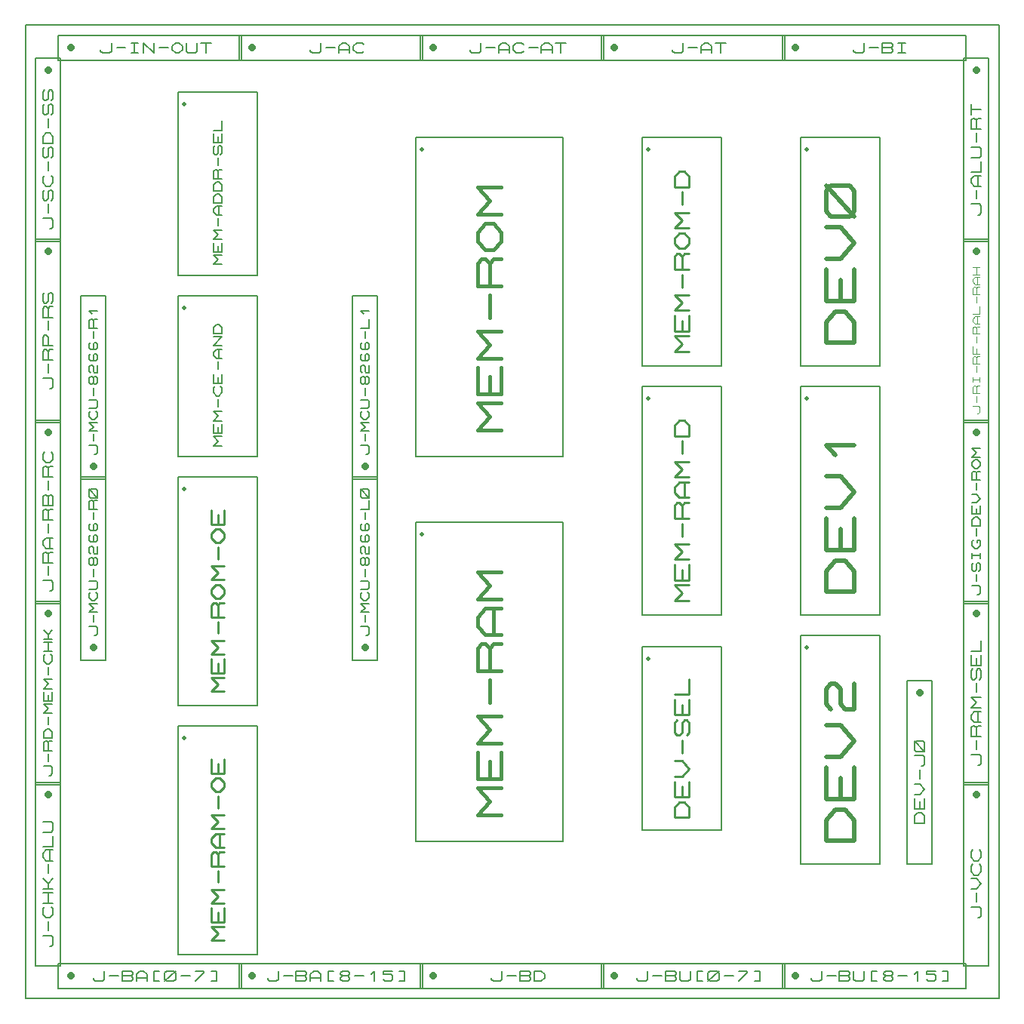
<source format=gbr>
G04 PROTEUS GERBER X2 FILE*
%TF.GenerationSoftware,Labcenter,Proteus,8.13-SP0-Build31525*%
%TF.CreationDate,2022-07-19T01:12:19+00:00*%
%TF.FileFunction,AssemblyDrawing,Top*%
%TF.FilePolarity,Positive*%
%TF.Part,Single*%
%TF.SameCoordinates,{d59f61b6-e7c8-4c59-9098-5d1a923f3759}*%
%FSLAX45Y45*%
%MOMM*%
G01*
%TA.AperFunction,Profile*%
%ADD15C,0.203200*%
%TA.AperFunction,Material*%
%ADD16C,0.203200*%
%ADD20C,0.812800*%
%ADD21C,0.177800*%
%ADD22C,0.154510*%
%ADD23C,0.123610*%
%ADD24C,0.142630*%
%ADD25C,0.508000*%
%ADD26C,0.151490*%
%ADD27C,0.155530*%
%ADD28C,0.231730*%
%ADD29C,0.449130*%
%ADD72C,0.256870*%
%ADD73C,0.255610*%
%ADD30C,0.523910*%
%TD.AperFunction*%
D15*
X-5461000Y-5715000D02*
X+5461000Y-5715000D01*
X+5461000Y+5207000D01*
X-5461000Y+5207000D01*
X-5461000Y-5715000D01*
D16*
X-3058160Y+4815840D02*
X-1005840Y+4815840D01*
X-1005840Y+5090160D01*
X-3058160Y+5090160D01*
X-3058160Y+4815840D01*
D20*
X-2921000Y+4953000D02*
X-2921000Y+4953000D01*
D21*
X-2263140Y+4935220D02*
X-2263140Y+4917440D01*
X-2243138Y+4899660D01*
X-2163128Y+4899660D01*
X-2143125Y+4917440D01*
X-2143125Y+5006340D01*
X-2083118Y+4953000D02*
X-1983105Y+4953000D01*
X-1943100Y+4899660D02*
X-1943100Y+4970780D01*
X-1903095Y+5006340D01*
X-1863090Y+5006340D01*
X-1823085Y+4970780D01*
X-1823085Y+4899660D01*
X-1943100Y+4935220D02*
X-1823085Y+4935220D01*
X-1663065Y+4917440D02*
X-1683068Y+4899660D01*
X-1743075Y+4899660D01*
X-1783080Y+4935220D01*
X-1783080Y+4970780D01*
X-1743075Y+5006340D01*
X-1683068Y+5006340D01*
X-1663065Y+4988560D01*
D16*
X-1026160Y+4815840D02*
X+1026160Y+4815840D01*
X+1026160Y+5090160D01*
X-1026160Y+5090160D01*
X-1026160Y+4815840D01*
D20*
X-889000Y+4953000D02*
X-889000Y+4953000D01*
D21*
X-471170Y+4935220D02*
X-471170Y+4917440D01*
X-451168Y+4899660D01*
X-371158Y+4899660D01*
X-351155Y+4917440D01*
X-351155Y+5006340D01*
X-291148Y+4953000D02*
X-191135Y+4953000D01*
X-151130Y+4899660D02*
X-151130Y+4970780D01*
X-111125Y+5006340D01*
X-71120Y+5006340D01*
X-31115Y+4970780D01*
X-31115Y+4899660D01*
X-151130Y+4935220D02*
X-31115Y+4935220D01*
X+128905Y+4917440D02*
X+108902Y+4899660D01*
X+48895Y+4899660D01*
X+8890Y+4935220D01*
X+8890Y+4970780D01*
X+48895Y+5006340D01*
X+108902Y+5006340D01*
X+128905Y+4988560D01*
X+188912Y+4953000D02*
X+288925Y+4953000D01*
X+328930Y+4899660D02*
X+328930Y+4970780D01*
X+368935Y+5006340D01*
X+408940Y+5006340D01*
X+448945Y+4970780D01*
X+448945Y+4899660D01*
X+328930Y+4935220D02*
X+448945Y+4935220D01*
X+488950Y+5006340D02*
X+608965Y+5006340D01*
X+548957Y+5006340D02*
X+548957Y+4899660D01*
D16*
X+1005840Y+4815840D02*
X+3058160Y+4815840D01*
X+3058160Y+5090160D01*
X+1005840Y+5090160D01*
X+1005840Y+4815840D01*
D20*
X+1143000Y+4953000D02*
X+1143000Y+4953000D01*
D21*
X+1800860Y+4935220D02*
X+1800860Y+4917440D01*
X+1820862Y+4899660D01*
X+1900872Y+4899660D01*
X+1920875Y+4917440D01*
X+1920875Y+5006340D01*
X+1980882Y+4953000D02*
X+2080895Y+4953000D01*
X+2120900Y+4899660D02*
X+2120900Y+4970780D01*
X+2160905Y+5006340D01*
X+2200910Y+5006340D01*
X+2240915Y+4970780D01*
X+2240915Y+4899660D01*
X+2120900Y+4935220D02*
X+2240915Y+4935220D01*
X+2280920Y+5006340D02*
X+2400935Y+5006340D01*
X+2340927Y+5006340D02*
X+2340927Y+4899660D01*
D16*
X+3037840Y+4815840D02*
X+5090160Y+4815840D01*
X+5090160Y+5090160D01*
X+3037840Y+5090160D01*
X+3037840Y+4815840D01*
D20*
X+3175000Y+4953000D02*
X+3175000Y+4953000D01*
D21*
X+3832860Y+4935220D02*
X+3832860Y+4917440D01*
X+3852862Y+4899660D01*
X+3932872Y+4899660D01*
X+3952875Y+4917440D01*
X+3952875Y+5006340D01*
X+4012882Y+4953000D02*
X+4112895Y+4953000D01*
X+4152900Y+4899660D02*
X+4152900Y+5006340D01*
X+4252912Y+5006340D01*
X+4272915Y+4988560D01*
X+4272915Y+4970780D01*
X+4252912Y+4953000D01*
X+4272915Y+4935220D01*
X+4272915Y+4917440D01*
X+4252912Y+4899660D01*
X+4152900Y+4899660D01*
X+4152900Y+4953000D02*
X+4252912Y+4953000D01*
X+4332922Y+5006340D02*
X+4412932Y+5006340D01*
X+4372927Y+5006340D02*
X+4372927Y+4899660D01*
X+4332922Y+4899660D02*
X+4412932Y+4899660D01*
D16*
X-5090160Y+4815840D02*
X-3037840Y+4815840D01*
X-3037840Y+5090160D01*
X-5090160Y+5090160D01*
X-5090160Y+4815840D01*
D20*
X-4953000Y+4953000D02*
X-4953000Y+4953000D01*
D21*
X-4615180Y+4935220D02*
X-4615180Y+4917440D01*
X-4595178Y+4899660D01*
X-4515168Y+4899660D01*
X-4495165Y+4917440D01*
X-4495165Y+5006340D01*
X-4435158Y+4953000D02*
X-4335145Y+4953000D01*
X-4275138Y+5006340D02*
X-4195128Y+5006340D01*
X-4235133Y+5006340D02*
X-4235133Y+4899660D01*
X-4275138Y+4899660D02*
X-4195128Y+4899660D01*
X-4135120Y+4899660D02*
X-4135120Y+5006340D01*
X-4015105Y+4899660D01*
X-4015105Y+5006340D01*
X-3955098Y+4953000D02*
X-3855085Y+4953000D01*
X-3815080Y+4970780D02*
X-3775075Y+5006340D01*
X-3735070Y+5006340D01*
X-3695065Y+4970780D01*
X-3695065Y+4935220D01*
X-3735070Y+4899660D01*
X-3775075Y+4899660D01*
X-3815080Y+4935220D01*
X-3815080Y+4970780D01*
X-3655060Y+5006340D02*
X-3655060Y+4917440D01*
X-3635058Y+4899660D01*
X-3555048Y+4899660D01*
X-3535045Y+4917440D01*
X-3535045Y+5006340D01*
X-3495040Y+5006340D02*
X-3375025Y+5006340D01*
X-3435033Y+5006340D02*
X-3435033Y+4899660D01*
D16*
X-5090160Y-5598160D02*
X-3037840Y-5598160D01*
X-3037840Y-5323840D01*
X-5090160Y-5323840D01*
X-5090160Y-5598160D01*
D20*
X-4953000Y-5461000D02*
X-4953000Y-5461000D01*
D21*
X-4695190Y-5478780D02*
X-4695190Y-5496560D01*
X-4675188Y-5514340D01*
X-4595178Y-5514340D01*
X-4575175Y-5496560D01*
X-4575175Y-5407660D01*
X-4515168Y-5461000D02*
X-4415155Y-5461000D01*
X-4375150Y-5514340D02*
X-4375150Y-5407660D01*
X-4275138Y-5407660D01*
X-4255135Y-5425440D01*
X-4255135Y-5443220D01*
X-4275138Y-5461000D01*
X-4255135Y-5478780D01*
X-4255135Y-5496560D01*
X-4275138Y-5514340D01*
X-4375150Y-5514340D01*
X-4375150Y-5461000D02*
X-4275138Y-5461000D01*
X-4215130Y-5514340D02*
X-4215130Y-5443220D01*
X-4175125Y-5407660D01*
X-4135120Y-5407660D01*
X-4095115Y-5443220D01*
X-4095115Y-5514340D01*
X-4215130Y-5478780D02*
X-4095115Y-5478780D01*
X-3955098Y-5407660D02*
X-4015105Y-5407660D01*
X-4015105Y-5514340D01*
X-3955098Y-5514340D01*
X-3895090Y-5496560D02*
X-3895090Y-5425440D01*
X-3875088Y-5407660D01*
X-3795078Y-5407660D01*
X-3775075Y-5425440D01*
X-3775075Y-5496560D01*
X-3795078Y-5514340D01*
X-3875088Y-5514340D01*
X-3895090Y-5496560D01*
X-3895090Y-5514340D02*
X-3775075Y-5407660D01*
X-3715068Y-5461000D02*
X-3615055Y-5461000D01*
X-3555048Y-5407660D02*
X-3455035Y-5407660D01*
X-3455035Y-5425440D01*
X-3555048Y-5514340D01*
X-3375025Y-5407660D02*
X-3315018Y-5407660D01*
X-3315018Y-5514340D01*
X-3375025Y-5514340D01*
D16*
X-3058160Y-5598160D02*
X-1005840Y-5598160D01*
X-1005840Y-5323840D01*
X-3058160Y-5323840D01*
X-3058160Y-5598160D01*
D20*
X-2921000Y-5461000D02*
X-2921000Y-5461000D01*
D21*
X-2743200Y-5478780D02*
X-2743200Y-5496560D01*
X-2723198Y-5514340D01*
X-2643188Y-5514340D01*
X-2623185Y-5496560D01*
X-2623185Y-5407660D01*
X-2563178Y-5461000D02*
X-2463165Y-5461000D01*
X-2423160Y-5514340D02*
X-2423160Y-5407660D01*
X-2323148Y-5407660D01*
X-2303145Y-5425440D01*
X-2303145Y-5443220D01*
X-2323148Y-5461000D01*
X-2303145Y-5478780D01*
X-2303145Y-5496560D01*
X-2323148Y-5514340D01*
X-2423160Y-5514340D01*
X-2423160Y-5461000D02*
X-2323148Y-5461000D01*
X-2263140Y-5514340D02*
X-2263140Y-5443220D01*
X-2223135Y-5407660D01*
X-2183130Y-5407660D01*
X-2143125Y-5443220D01*
X-2143125Y-5514340D01*
X-2263140Y-5478780D02*
X-2143125Y-5478780D01*
X-2003108Y-5407660D02*
X-2063115Y-5407660D01*
X-2063115Y-5514340D01*
X-2003108Y-5514340D01*
X-1903095Y-5461000D02*
X-1923098Y-5443220D01*
X-1923098Y-5425440D01*
X-1903095Y-5407660D01*
X-1843088Y-5407660D01*
X-1823085Y-5425440D01*
X-1823085Y-5443220D01*
X-1843088Y-5461000D01*
X-1903095Y-5461000D01*
X-1923098Y-5478780D01*
X-1923098Y-5496560D01*
X-1903095Y-5514340D01*
X-1843088Y-5514340D01*
X-1823085Y-5496560D01*
X-1823085Y-5478780D01*
X-1843088Y-5461000D01*
X-1763078Y-5461000D02*
X-1663065Y-5461000D01*
X-1583055Y-5443220D02*
X-1543050Y-5407660D01*
X-1543050Y-5514340D01*
X-1343025Y-5407660D02*
X-1443038Y-5407660D01*
X-1443038Y-5443220D01*
X-1363028Y-5443220D01*
X-1343025Y-5461000D01*
X-1343025Y-5496560D01*
X-1363028Y-5514340D01*
X-1423035Y-5514340D01*
X-1443038Y-5496560D01*
X-1263015Y-5407660D02*
X-1203008Y-5407660D01*
X-1203008Y-5514340D01*
X-1263015Y-5514340D01*
D16*
X-1026160Y-5598160D02*
X+1026160Y-5598160D01*
X+1026160Y-5323840D01*
X-1026160Y-5323840D01*
X-1026160Y-5598160D01*
D20*
X-889000Y-5461000D02*
X-889000Y-5461000D01*
D21*
X-231140Y-5478780D02*
X-231140Y-5496560D01*
X-211138Y-5514340D01*
X-131128Y-5514340D01*
X-111125Y-5496560D01*
X-111125Y-5407660D01*
X-51118Y-5461000D02*
X+48895Y-5461000D01*
X+88900Y-5514340D02*
X+88900Y-5407660D01*
X+188912Y-5407660D01*
X+208915Y-5425440D01*
X+208915Y-5443220D01*
X+188912Y-5461000D01*
X+208915Y-5478780D01*
X+208915Y-5496560D01*
X+188912Y-5514340D01*
X+88900Y-5514340D01*
X+88900Y-5461000D02*
X+188912Y-5461000D01*
X+248920Y-5514340D02*
X+248920Y-5407660D01*
X+328930Y-5407660D01*
X+368935Y-5443220D01*
X+368935Y-5478780D01*
X+328930Y-5514340D01*
X+248920Y-5514340D01*
D16*
X+1005840Y-5598160D02*
X+3058160Y-5598160D01*
X+3058160Y-5323840D01*
X+1005840Y-5323840D01*
X+1005840Y-5598160D01*
D20*
X+1143000Y-5461000D02*
X+1143000Y-5461000D01*
D21*
X+1400810Y-5478780D02*
X+1400810Y-5496560D01*
X+1420812Y-5514340D01*
X+1500822Y-5514340D01*
X+1520825Y-5496560D01*
X+1520825Y-5407660D01*
X+1580832Y-5461000D02*
X+1680845Y-5461000D01*
X+1720850Y-5514340D02*
X+1720850Y-5407660D01*
X+1820862Y-5407660D01*
X+1840865Y-5425440D01*
X+1840865Y-5443220D01*
X+1820862Y-5461000D01*
X+1840865Y-5478780D01*
X+1840865Y-5496560D01*
X+1820862Y-5514340D01*
X+1720850Y-5514340D01*
X+1720850Y-5461000D02*
X+1820862Y-5461000D01*
X+1880870Y-5407660D02*
X+1880870Y-5496560D01*
X+1900872Y-5514340D01*
X+1980882Y-5514340D01*
X+2000885Y-5496560D01*
X+2000885Y-5407660D01*
X+2140902Y-5407660D02*
X+2080895Y-5407660D01*
X+2080895Y-5514340D01*
X+2140902Y-5514340D01*
X+2200910Y-5496560D02*
X+2200910Y-5425440D01*
X+2220912Y-5407660D01*
X+2300922Y-5407660D01*
X+2320925Y-5425440D01*
X+2320925Y-5496560D01*
X+2300922Y-5514340D01*
X+2220912Y-5514340D01*
X+2200910Y-5496560D01*
X+2200910Y-5514340D02*
X+2320925Y-5407660D01*
X+2380932Y-5461000D02*
X+2480945Y-5461000D01*
X+2540952Y-5407660D02*
X+2640965Y-5407660D01*
X+2640965Y-5425440D01*
X+2540952Y-5514340D01*
X+2720975Y-5407660D02*
X+2780982Y-5407660D01*
X+2780982Y-5514340D01*
X+2720975Y-5514340D01*
D16*
X+3037840Y-5598160D02*
X+5090160Y-5598160D01*
X+5090160Y-5323840D01*
X+3037840Y-5323840D01*
X+3037840Y-5598160D01*
D20*
X+3175000Y-5461000D02*
X+3175000Y-5461000D01*
D21*
X+3352800Y-5478780D02*
X+3352800Y-5496560D01*
X+3372802Y-5514340D01*
X+3452812Y-5514340D01*
X+3472815Y-5496560D01*
X+3472815Y-5407660D01*
X+3532822Y-5461000D02*
X+3632835Y-5461000D01*
X+3672840Y-5514340D02*
X+3672840Y-5407660D01*
X+3772852Y-5407660D01*
X+3792855Y-5425440D01*
X+3792855Y-5443220D01*
X+3772852Y-5461000D01*
X+3792855Y-5478780D01*
X+3792855Y-5496560D01*
X+3772852Y-5514340D01*
X+3672840Y-5514340D01*
X+3672840Y-5461000D02*
X+3772852Y-5461000D01*
X+3832860Y-5407660D02*
X+3832860Y-5496560D01*
X+3852862Y-5514340D01*
X+3932872Y-5514340D01*
X+3952875Y-5496560D01*
X+3952875Y-5407660D01*
X+4092892Y-5407660D02*
X+4032885Y-5407660D01*
X+4032885Y-5514340D01*
X+4092892Y-5514340D01*
X+4192905Y-5461000D02*
X+4172902Y-5443220D01*
X+4172902Y-5425440D01*
X+4192905Y-5407660D01*
X+4252912Y-5407660D01*
X+4272915Y-5425440D01*
X+4272915Y-5443220D01*
X+4252912Y-5461000D01*
X+4192905Y-5461000D01*
X+4172902Y-5478780D01*
X+4172902Y-5496560D01*
X+4192905Y-5514340D01*
X+4252912Y-5514340D01*
X+4272915Y-5496560D01*
X+4272915Y-5478780D01*
X+4252912Y-5461000D01*
X+4332922Y-5461000D02*
X+4432935Y-5461000D01*
X+4512945Y-5443220D02*
X+4552950Y-5407660D01*
X+4552950Y-5514340D01*
X+4752975Y-5407660D02*
X+4652962Y-5407660D01*
X+4652962Y-5443220D01*
X+4732972Y-5443220D01*
X+4752975Y-5461000D01*
X+4752975Y-5496560D01*
X+4732972Y-5514340D01*
X+4672965Y-5514340D01*
X+4652962Y-5496560D01*
X+4832985Y-5407660D02*
X+4892992Y-5407660D01*
X+4892992Y-5514340D01*
X+4832985Y-5514340D01*
D16*
X-5344160Y+2783840D02*
X-5069840Y+2783840D01*
X-5069840Y+4836160D01*
X-5344160Y+4836160D01*
X-5344160Y+2783840D01*
D20*
X-5207000Y+4699000D02*
X-5207000Y+4699000D01*
D21*
X-5189220Y+2921000D02*
X-5171440Y+2921000D01*
X-5153660Y+2941002D01*
X-5153660Y+3021012D01*
X-5171440Y+3041015D01*
X-5260340Y+3041015D01*
X-5207000Y+3101022D02*
X-5207000Y+3201035D01*
X-5171440Y+3241040D02*
X-5153660Y+3261042D01*
X-5153660Y+3341052D01*
X-5171440Y+3361055D01*
X-5189220Y+3361055D01*
X-5207000Y+3341052D01*
X-5207000Y+3261042D01*
X-5224780Y+3241040D01*
X-5242560Y+3241040D01*
X-5260340Y+3261042D01*
X-5260340Y+3341052D01*
X-5242560Y+3361055D01*
X-5171440Y+3521075D02*
X-5153660Y+3501072D01*
X-5153660Y+3441065D01*
X-5189220Y+3401060D01*
X-5224780Y+3401060D01*
X-5260340Y+3441065D01*
X-5260340Y+3501072D01*
X-5242560Y+3521075D01*
X-5207000Y+3581082D02*
X-5207000Y+3681095D01*
X-5171440Y+3721100D02*
X-5153660Y+3741102D01*
X-5153660Y+3821112D01*
X-5171440Y+3841115D01*
X-5189220Y+3841115D01*
X-5207000Y+3821112D01*
X-5207000Y+3741102D01*
X-5224780Y+3721100D01*
X-5242560Y+3721100D01*
X-5260340Y+3741102D01*
X-5260340Y+3821112D01*
X-5242560Y+3841115D01*
X-5153660Y+3881120D02*
X-5260340Y+3881120D01*
X-5260340Y+3961130D01*
X-5224780Y+4001135D01*
X-5189220Y+4001135D01*
X-5153660Y+3961130D01*
X-5153660Y+3881120D01*
X-5207000Y+4061142D02*
X-5207000Y+4161155D01*
X-5171440Y+4201160D02*
X-5153660Y+4221162D01*
X-5153660Y+4301172D01*
X-5171440Y+4321175D01*
X-5189220Y+4321175D01*
X-5207000Y+4301172D01*
X-5207000Y+4221162D01*
X-5224780Y+4201160D01*
X-5242560Y+4201160D01*
X-5260340Y+4221162D01*
X-5260340Y+4301172D01*
X-5242560Y+4321175D01*
X-5171440Y+4361180D02*
X-5153660Y+4381182D01*
X-5153660Y+4461192D01*
X-5171440Y+4481195D01*
X-5189220Y+4481195D01*
X-5207000Y+4461192D01*
X-5207000Y+4381182D01*
X-5224780Y+4361180D01*
X-5242560Y+4361180D01*
X-5260340Y+4381182D01*
X-5260340Y+4461192D01*
X-5242560Y+4481195D01*
D16*
X-5344160Y+751840D02*
X-5069840Y+751840D01*
X-5069840Y+2804160D01*
X-5344160Y+2804160D01*
X-5344160Y+751840D01*
D20*
X-5207000Y+2667000D02*
X-5207000Y+2667000D01*
D21*
X-5189220Y+1129030D02*
X-5171440Y+1129030D01*
X-5153660Y+1149032D01*
X-5153660Y+1229042D01*
X-5171440Y+1249045D01*
X-5260340Y+1249045D01*
X-5207000Y+1309052D02*
X-5207000Y+1409065D01*
X-5153660Y+1449070D02*
X-5260340Y+1449070D01*
X-5260340Y+1549082D01*
X-5242560Y+1569085D01*
X-5224780Y+1569085D01*
X-5207000Y+1549082D01*
X-5207000Y+1449070D01*
X-5207000Y+1549082D02*
X-5189220Y+1569085D01*
X-5153660Y+1569085D01*
X-5153660Y+1609090D02*
X-5260340Y+1609090D01*
X-5260340Y+1709102D01*
X-5242560Y+1729105D01*
X-5224780Y+1729105D01*
X-5207000Y+1709102D01*
X-5207000Y+1609090D01*
X-5207000Y+1789112D02*
X-5207000Y+1889125D01*
X-5153660Y+1929130D02*
X-5260340Y+1929130D01*
X-5260340Y+2029142D01*
X-5242560Y+2049145D01*
X-5224780Y+2049145D01*
X-5207000Y+2029142D01*
X-5207000Y+1929130D01*
X-5207000Y+2029142D02*
X-5189220Y+2049145D01*
X-5153660Y+2049145D01*
X-5171440Y+2089150D02*
X-5153660Y+2109152D01*
X-5153660Y+2189162D01*
X-5171440Y+2209165D01*
X-5189220Y+2209165D01*
X-5207000Y+2189162D01*
X-5207000Y+2109152D01*
X-5224780Y+2089150D01*
X-5242560Y+2089150D01*
X-5260340Y+2109152D01*
X-5260340Y+2189162D01*
X-5242560Y+2209165D01*
D16*
X-5344160Y-1280160D02*
X-5069840Y-1280160D01*
X-5069840Y+772160D01*
X-5344160Y+772160D01*
X-5344160Y-1280160D01*
D20*
X-5207000Y+635000D02*
X-5207000Y+635000D01*
D21*
X-5189220Y-1143000D02*
X-5171440Y-1143000D01*
X-5153660Y-1122998D01*
X-5153660Y-1042988D01*
X-5171440Y-1022985D01*
X-5260340Y-1022985D01*
X-5207000Y-962978D02*
X-5207000Y-862965D01*
X-5153660Y-822960D02*
X-5260340Y-822960D01*
X-5260340Y-722948D01*
X-5242560Y-702945D01*
X-5224780Y-702945D01*
X-5207000Y-722948D01*
X-5207000Y-822960D01*
X-5207000Y-722948D02*
X-5189220Y-702945D01*
X-5153660Y-702945D01*
X-5153660Y-662940D02*
X-5224780Y-662940D01*
X-5260340Y-622935D01*
X-5260340Y-582930D01*
X-5224780Y-542925D01*
X-5153660Y-542925D01*
X-5189220Y-662940D02*
X-5189220Y-542925D01*
X-5207000Y-482918D02*
X-5207000Y-382905D01*
X-5153660Y-342900D02*
X-5260340Y-342900D01*
X-5260340Y-242888D01*
X-5242560Y-222885D01*
X-5224780Y-222885D01*
X-5207000Y-242888D01*
X-5207000Y-342900D01*
X-5207000Y-242888D02*
X-5189220Y-222885D01*
X-5153660Y-222885D01*
X-5153660Y-182880D02*
X-5260340Y-182880D01*
X-5260340Y-82868D01*
X-5242560Y-62865D01*
X-5224780Y-62865D01*
X-5207000Y-82868D01*
X-5189220Y-62865D01*
X-5171440Y-62865D01*
X-5153660Y-82868D01*
X-5153660Y-182880D01*
X-5207000Y-182880D02*
X-5207000Y-82868D01*
X-5207000Y-2858D02*
X-5207000Y+97155D01*
X-5153660Y+137160D02*
X-5260340Y+137160D01*
X-5260340Y+237172D01*
X-5242560Y+257175D01*
X-5224780Y+257175D01*
X-5207000Y+237172D01*
X-5207000Y+137160D01*
X-5207000Y+237172D02*
X-5189220Y+257175D01*
X-5153660Y+257175D01*
X-5171440Y+417195D02*
X-5153660Y+397192D01*
X-5153660Y+337185D01*
X-5189220Y+297180D01*
X-5224780Y+297180D01*
X-5260340Y+337185D01*
X-5260340Y+397192D01*
X-5242560Y+417195D01*
D16*
X-5344160Y-3312160D02*
X-5069840Y-3312160D01*
X-5069840Y-1259840D01*
X-5344160Y-1259840D01*
X-5344160Y-3312160D01*
D20*
X-5207000Y-1397000D02*
X-5207000Y-1397000D01*
D22*
X-5191548Y-3209284D02*
X-5176096Y-3209284D01*
X-5160645Y-3191901D01*
X-5160645Y-3122369D01*
X-5176096Y-3104986D01*
X-5253354Y-3104986D01*
X-5207000Y-3052837D02*
X-5207000Y-2965922D01*
X-5160645Y-2931156D02*
X-5253354Y-2931156D01*
X-5253354Y-2844241D01*
X-5237903Y-2826858D01*
X-5222451Y-2826858D01*
X-5207000Y-2844241D01*
X-5207000Y-2931156D01*
X-5207000Y-2844241D02*
X-5191548Y-2826858D01*
X-5160645Y-2826858D01*
X-5160645Y-2792092D02*
X-5253354Y-2792092D01*
X-5253354Y-2722560D01*
X-5222451Y-2687794D01*
X-5191548Y-2687794D01*
X-5160645Y-2722560D01*
X-5160645Y-2792092D01*
X-5207000Y-2635645D02*
X-5207000Y-2548730D01*
X-5160645Y-2513964D02*
X-5253354Y-2513964D01*
X-5207000Y-2461815D01*
X-5253354Y-2409666D01*
X-5160645Y-2409666D01*
X-5160645Y-2270602D02*
X-5160645Y-2374900D01*
X-5253354Y-2374900D01*
X-5253354Y-2270602D01*
X-5207000Y-2374900D02*
X-5207000Y-2305368D01*
X-5160645Y-2235836D02*
X-5253354Y-2235836D01*
X-5207000Y-2183687D01*
X-5253354Y-2131538D01*
X-5160645Y-2131538D01*
X-5207000Y-2079389D02*
X-5207000Y-1992474D01*
X-5176096Y-1853410D02*
X-5160645Y-1870793D01*
X-5160645Y-1922942D01*
X-5191548Y-1957708D01*
X-5222451Y-1957708D01*
X-5253354Y-1922942D01*
X-5253354Y-1870793D01*
X-5237903Y-1853410D01*
X-5160645Y-1818644D02*
X-5253354Y-1818644D01*
X-5253354Y-1714346D02*
X-5160645Y-1714346D01*
X-5207000Y-1818644D02*
X-5207000Y-1714346D01*
X-5253354Y-1679580D02*
X-5160645Y-1679580D01*
X-5253354Y-1575282D02*
X-5207000Y-1627431D01*
X-5160645Y-1575282D01*
X-5207000Y-1679580D02*
X-5207000Y-1627431D01*
D16*
X-5344160Y-5344160D02*
X-5069840Y-5344160D01*
X-5069840Y-3291840D01*
X-5344160Y-3291840D01*
X-5344160Y-5344160D01*
D20*
X-5207000Y-3429000D02*
X-5207000Y-3429000D01*
D21*
X-5189220Y-5126990D02*
X-5171440Y-5126990D01*
X-5153660Y-5106988D01*
X-5153660Y-5026978D01*
X-5171440Y-5006975D01*
X-5260340Y-5006975D01*
X-5207000Y-4946968D02*
X-5207000Y-4846955D01*
X-5171440Y-4686935D02*
X-5153660Y-4706938D01*
X-5153660Y-4766945D01*
X-5189220Y-4806950D01*
X-5224780Y-4806950D01*
X-5260340Y-4766945D01*
X-5260340Y-4706938D01*
X-5242560Y-4686935D01*
X-5153660Y-4646930D02*
X-5260340Y-4646930D01*
X-5260340Y-4526915D02*
X-5153660Y-4526915D01*
X-5207000Y-4646930D02*
X-5207000Y-4526915D01*
X-5260340Y-4486910D02*
X-5153660Y-4486910D01*
X-5260340Y-4366895D02*
X-5207000Y-4426903D01*
X-5153660Y-4366895D01*
X-5207000Y-4486910D02*
X-5207000Y-4426903D01*
X-5207000Y-4306888D02*
X-5207000Y-4206875D01*
X-5153660Y-4166870D02*
X-5224780Y-4166870D01*
X-5260340Y-4126865D01*
X-5260340Y-4086860D01*
X-5224780Y-4046855D01*
X-5153660Y-4046855D01*
X-5189220Y-4166870D02*
X-5189220Y-4046855D01*
X-5260340Y-4006850D02*
X-5153660Y-4006850D01*
X-5153660Y-3886835D01*
X-5260340Y-3846830D02*
X-5171440Y-3846830D01*
X-5153660Y-3826828D01*
X-5153660Y-3746818D01*
X-5171440Y-3726815D01*
X-5260340Y-3726815D01*
D16*
X+5069840Y+2783840D02*
X+5344160Y+2783840D01*
X+5344160Y+4836160D01*
X+5069840Y+4836160D01*
X+5069840Y+2783840D01*
D20*
X+5207000Y+4699000D02*
X+5207000Y+4699000D01*
D21*
X+5224780Y+3081020D02*
X+5242560Y+3081020D01*
X+5260340Y+3101022D01*
X+5260340Y+3181032D01*
X+5242560Y+3201035D01*
X+5153660Y+3201035D01*
X+5207000Y+3261042D02*
X+5207000Y+3361055D01*
X+5260340Y+3401060D02*
X+5189220Y+3401060D01*
X+5153660Y+3441065D01*
X+5153660Y+3481070D01*
X+5189220Y+3521075D01*
X+5260340Y+3521075D01*
X+5224780Y+3401060D02*
X+5224780Y+3521075D01*
X+5153660Y+3561080D02*
X+5260340Y+3561080D01*
X+5260340Y+3681095D01*
X+5153660Y+3721100D02*
X+5242560Y+3721100D01*
X+5260340Y+3741102D01*
X+5260340Y+3821112D01*
X+5242560Y+3841115D01*
X+5153660Y+3841115D01*
X+5207000Y+3901122D02*
X+5207000Y+4001135D01*
X+5260340Y+4041140D02*
X+5153660Y+4041140D01*
X+5153660Y+4141152D01*
X+5171440Y+4161155D01*
X+5189220Y+4161155D01*
X+5207000Y+4141152D01*
X+5207000Y+4041140D01*
X+5207000Y+4141152D02*
X+5224780Y+4161155D01*
X+5260340Y+4161155D01*
X+5153660Y+4201160D02*
X+5153660Y+4321175D01*
X+5153660Y+4261167D02*
X+5260340Y+4261167D01*
D16*
X+5069840Y+751840D02*
X+5344160Y+751840D01*
X+5344160Y+2804160D01*
X+5069840Y+2804160D01*
X+5069840Y+751840D01*
D20*
X+5207000Y+2667000D02*
X+5207000Y+2667000D01*
D23*
X+5219361Y+854718D02*
X+5231723Y+854718D01*
X+5244084Y+868624D01*
X+5244084Y+924249D01*
X+5231723Y+938156D01*
X+5169916Y+938156D01*
X+5207000Y+979875D02*
X+5207000Y+1049407D01*
X+5244084Y+1077220D02*
X+5169916Y+1077220D01*
X+5169916Y+1146751D01*
X+5182277Y+1160658D01*
X+5194639Y+1160658D01*
X+5207000Y+1146751D01*
X+5207000Y+1077220D01*
X+5207000Y+1146751D02*
X+5219361Y+1160658D01*
X+5244084Y+1160658D01*
X+5169916Y+1202377D02*
X+5169916Y+1258002D01*
X+5169916Y+1230190D02*
X+5244084Y+1230190D01*
X+5244084Y+1202377D02*
X+5244084Y+1258002D01*
X+5207000Y+1313628D02*
X+5207000Y+1383160D01*
X+5244084Y+1410973D02*
X+5169916Y+1410973D01*
X+5169916Y+1480504D01*
X+5182277Y+1494411D01*
X+5194639Y+1494411D01*
X+5207000Y+1480504D01*
X+5207000Y+1410973D01*
X+5207000Y+1480504D02*
X+5219361Y+1494411D01*
X+5244084Y+1494411D01*
X+5244084Y+1522224D02*
X+5169916Y+1522224D01*
X+5169916Y+1605662D01*
X+5207000Y+1522224D02*
X+5207000Y+1577849D01*
X+5207000Y+1647381D02*
X+5207000Y+1716913D01*
X+5244084Y+1744726D02*
X+5169916Y+1744726D01*
X+5169916Y+1814257D01*
X+5182277Y+1828164D01*
X+5194639Y+1828164D01*
X+5207000Y+1814257D01*
X+5207000Y+1744726D01*
X+5207000Y+1814257D02*
X+5219361Y+1828164D01*
X+5244084Y+1828164D01*
X+5244084Y+1855977D02*
X+5194639Y+1855977D01*
X+5169916Y+1883789D01*
X+5169916Y+1911602D01*
X+5194639Y+1939415D01*
X+5244084Y+1939415D01*
X+5219361Y+1855977D02*
X+5219361Y+1939415D01*
X+5169916Y+1967228D02*
X+5244084Y+1967228D01*
X+5244084Y+2050666D01*
X+5207000Y+2092385D02*
X+5207000Y+2161917D01*
X+5244084Y+2189730D02*
X+5169916Y+2189730D01*
X+5169916Y+2259261D01*
X+5182277Y+2273168D01*
X+5194639Y+2273168D01*
X+5207000Y+2259261D01*
X+5207000Y+2189730D01*
X+5207000Y+2259261D02*
X+5219361Y+2273168D01*
X+5244084Y+2273168D01*
X+5244084Y+2300981D02*
X+5194639Y+2300981D01*
X+5169916Y+2328793D01*
X+5169916Y+2356606D01*
X+5194639Y+2384419D01*
X+5244084Y+2384419D01*
X+5219361Y+2300981D02*
X+5219361Y+2384419D01*
X+5244084Y+2412232D02*
X+5169916Y+2412232D01*
X+5169916Y+2495670D02*
X+5244084Y+2495670D01*
X+5207000Y+2412232D02*
X+5207000Y+2495670D01*
D16*
X+5069840Y-1280160D02*
X+5344160Y-1280160D01*
X+5344160Y+772160D01*
X+5069840Y+772160D01*
X+5069840Y-1280160D01*
D20*
X+5207000Y+635000D02*
X+5207000Y+635000D01*
D24*
X+5221263Y-1177285D02*
X+5235526Y-1177285D01*
X+5249789Y-1161240D01*
X+5249789Y-1097056D01*
X+5235526Y-1081010D01*
X+5164211Y-1081010D01*
X+5207000Y-1032873D02*
X+5207000Y-952643D01*
X+5235526Y-920551D02*
X+5249789Y-904506D01*
X+5249789Y-840322D01*
X+5235526Y-824276D01*
X+5221263Y-824276D01*
X+5207000Y-840322D01*
X+5207000Y-904506D01*
X+5192737Y-920551D01*
X+5178474Y-920551D01*
X+5164211Y-904506D01*
X+5164211Y-840322D01*
X+5178474Y-824276D01*
X+5164211Y-776139D02*
X+5164211Y-711955D01*
X+5164211Y-744047D02*
X+5249789Y-744047D01*
X+5249789Y-776139D02*
X+5249789Y-711955D01*
X+5221263Y-599634D02*
X+5221263Y-567542D01*
X+5249789Y-567542D01*
X+5249789Y-631726D01*
X+5221263Y-663817D01*
X+5192737Y-663817D01*
X+5164211Y-631726D01*
X+5164211Y-583588D01*
X+5178474Y-567542D01*
X+5207000Y-519405D02*
X+5207000Y-439175D01*
X+5249789Y-407083D02*
X+5164211Y-407083D01*
X+5164211Y-342900D01*
X+5192737Y-310808D01*
X+5221263Y-310808D01*
X+5249789Y-342900D01*
X+5249789Y-407083D01*
X+5249789Y-182441D02*
X+5249789Y-278716D01*
X+5164211Y-278716D01*
X+5164211Y-182441D01*
X+5207000Y-278716D02*
X+5207000Y-214533D01*
X+5164211Y-150349D02*
X+5207000Y-150349D01*
X+5249789Y-102212D01*
X+5207000Y-54074D01*
X+5164211Y-54074D01*
X+5207000Y-5937D02*
X+5207000Y+74293D01*
X+5249789Y+106385D02*
X+5164211Y+106385D01*
X+5164211Y+186614D01*
X+5178474Y+202660D01*
X+5192737Y+202660D01*
X+5207000Y+186614D01*
X+5207000Y+106385D01*
X+5207000Y+186614D02*
X+5221263Y+202660D01*
X+5249789Y+202660D01*
X+5192737Y+234752D02*
X+5164211Y+266843D01*
X+5164211Y+298935D01*
X+5192737Y+331027D01*
X+5221263Y+331027D01*
X+5249789Y+298935D01*
X+5249789Y+266843D01*
X+5221263Y+234752D01*
X+5192737Y+234752D01*
X+5249789Y+363119D02*
X+5164211Y+363119D01*
X+5207000Y+411256D01*
X+5164211Y+459394D01*
X+5249789Y+459394D01*
D16*
X+5069840Y-3312160D02*
X+5344160Y-3312160D01*
X+5344160Y-1259840D01*
X+5069840Y-1259840D01*
X+5069840Y-3312160D01*
D20*
X+5207000Y-1397000D02*
X+5207000Y-1397000D01*
D21*
X+5224780Y-3094990D02*
X+5242560Y-3094990D01*
X+5260340Y-3074988D01*
X+5260340Y-2994978D01*
X+5242560Y-2974975D01*
X+5153660Y-2974975D01*
X+5207000Y-2914968D02*
X+5207000Y-2814955D01*
X+5260340Y-2774950D02*
X+5153660Y-2774950D01*
X+5153660Y-2674938D01*
X+5171440Y-2654935D01*
X+5189220Y-2654935D01*
X+5207000Y-2674938D01*
X+5207000Y-2774950D01*
X+5207000Y-2674938D02*
X+5224780Y-2654935D01*
X+5260340Y-2654935D01*
X+5260340Y-2614930D02*
X+5189220Y-2614930D01*
X+5153660Y-2574925D01*
X+5153660Y-2534920D01*
X+5189220Y-2494915D01*
X+5260340Y-2494915D01*
X+5224780Y-2614930D02*
X+5224780Y-2494915D01*
X+5260340Y-2454910D02*
X+5153660Y-2454910D01*
X+5207000Y-2394903D01*
X+5153660Y-2334895D01*
X+5260340Y-2334895D01*
X+5207000Y-2274888D02*
X+5207000Y-2174875D01*
X+5242560Y-2134870D02*
X+5260340Y-2114868D01*
X+5260340Y-2034858D01*
X+5242560Y-2014855D01*
X+5224780Y-2014855D01*
X+5207000Y-2034858D01*
X+5207000Y-2114868D01*
X+5189220Y-2134870D01*
X+5171440Y-2134870D01*
X+5153660Y-2114868D01*
X+5153660Y-2034858D01*
X+5171440Y-2014855D01*
X+5260340Y-1854835D02*
X+5260340Y-1974850D01*
X+5153660Y-1974850D01*
X+5153660Y-1854835D01*
X+5207000Y-1974850D02*
X+5207000Y-1894840D01*
X+5153660Y-1814830D02*
X+5260340Y-1814830D01*
X+5260340Y-1694815D01*
D16*
X+5069840Y-5344160D02*
X+5344160Y-5344160D01*
X+5344160Y-3291840D01*
X+5069840Y-3291840D01*
X+5069840Y-5344160D01*
D20*
X+5207000Y-3429000D02*
X+5207000Y-3429000D01*
D21*
X+5224780Y-4806950D02*
X+5242560Y-4806950D01*
X+5260340Y-4786948D01*
X+5260340Y-4706938D01*
X+5242560Y-4686935D01*
X+5153660Y-4686935D01*
X+5207000Y-4626928D02*
X+5207000Y-4526915D01*
X+5153660Y-4486910D02*
X+5207000Y-4486910D01*
X+5260340Y-4426903D01*
X+5207000Y-4366895D01*
X+5153660Y-4366895D01*
X+5242560Y-4206875D02*
X+5260340Y-4226878D01*
X+5260340Y-4286885D01*
X+5224780Y-4326890D01*
X+5189220Y-4326890D01*
X+5153660Y-4286885D01*
X+5153660Y-4226878D01*
X+5171440Y-4206875D01*
X+5242560Y-4046855D02*
X+5260340Y-4066858D01*
X+5260340Y-4126865D01*
X+5224780Y-4166870D01*
X+5189220Y-4166870D01*
X+5153660Y-4126865D01*
X+5153660Y-4066858D01*
X+5171440Y-4046855D01*
D16*
X-1788160Y-1915160D02*
X-1513840Y-1915160D01*
X-1513840Y+137160D01*
X-1788160Y+137160D01*
X-1788160Y-1915160D01*
D20*
X-1651000Y-1778000D02*
X-1651000Y-1778000D01*
D24*
X-1636737Y-1634485D02*
X-1622474Y-1634485D01*
X-1608211Y-1618440D01*
X-1608211Y-1554256D01*
X-1622474Y-1538210D01*
X-1693789Y-1538210D01*
X-1651000Y-1490073D02*
X-1651000Y-1409843D01*
X-1608211Y-1377751D02*
X-1693789Y-1377751D01*
X-1651000Y-1329614D01*
X-1693789Y-1281476D01*
X-1608211Y-1281476D01*
X-1622474Y-1153109D02*
X-1608211Y-1169155D01*
X-1608211Y-1217293D01*
X-1636737Y-1249384D01*
X-1665263Y-1249384D01*
X-1693789Y-1217293D01*
X-1693789Y-1169155D01*
X-1679526Y-1153109D01*
X-1693789Y-1121017D02*
X-1622474Y-1121017D01*
X-1608211Y-1104972D01*
X-1608211Y-1040788D01*
X-1622474Y-1024742D01*
X-1693789Y-1024742D01*
X-1651000Y-976605D02*
X-1651000Y-896375D01*
X-1651000Y-832192D02*
X-1665263Y-848238D01*
X-1679526Y-848238D01*
X-1693789Y-832192D01*
X-1693789Y-784054D01*
X-1679526Y-768008D01*
X-1665263Y-768008D01*
X-1651000Y-784054D01*
X-1651000Y-832192D01*
X-1636737Y-848238D01*
X-1622474Y-848238D01*
X-1608211Y-832192D01*
X-1608211Y-784054D01*
X-1622474Y-768008D01*
X-1636737Y-768008D01*
X-1651000Y-784054D01*
X-1679526Y-719871D02*
X-1693789Y-703825D01*
X-1693789Y-655687D01*
X-1679526Y-639641D01*
X-1665263Y-639641D01*
X-1651000Y-655687D01*
X-1651000Y-703825D01*
X-1636737Y-719871D01*
X-1608211Y-719871D01*
X-1608211Y-639641D01*
X-1679526Y-511274D02*
X-1693789Y-527320D01*
X-1693789Y-575458D01*
X-1679526Y-591504D01*
X-1622474Y-591504D01*
X-1608211Y-575458D01*
X-1608211Y-527320D01*
X-1622474Y-511274D01*
X-1636737Y-511274D01*
X-1651000Y-527320D01*
X-1651000Y-591504D01*
X-1679526Y-382907D02*
X-1693789Y-398953D01*
X-1693789Y-447091D01*
X-1679526Y-463137D01*
X-1622474Y-463137D01*
X-1608211Y-447091D01*
X-1608211Y-398953D01*
X-1622474Y-382907D01*
X-1636737Y-382907D01*
X-1651000Y-398953D01*
X-1651000Y-463137D01*
X-1651000Y-334770D02*
X-1651000Y-254540D01*
X-1693789Y-222448D02*
X-1608211Y-222448D01*
X-1608211Y-126173D01*
X-1622474Y-94081D02*
X-1679526Y-94081D01*
X-1693789Y-78036D01*
X-1693789Y-13852D01*
X-1679526Y+2194D01*
X-1622474Y+2194D01*
X-1608211Y-13852D01*
X-1608211Y-78036D01*
X-1622474Y-94081D01*
X-1608211Y-94081D02*
X-1693789Y+2194D01*
D16*
X-4836160Y-1915160D02*
X-4561840Y-1915160D01*
X-4561840Y+137160D01*
X-4836160Y+137160D01*
X-4836160Y-1915160D01*
D20*
X-4699000Y-1778000D02*
X-4699000Y-1778000D01*
D24*
X-4684737Y-1634485D02*
X-4670474Y-1634485D01*
X-4656211Y-1618440D01*
X-4656211Y-1554256D01*
X-4670474Y-1538210D01*
X-4741789Y-1538210D01*
X-4699000Y-1490073D02*
X-4699000Y-1409843D01*
X-4656211Y-1377751D02*
X-4741789Y-1377751D01*
X-4699000Y-1329614D01*
X-4741789Y-1281476D01*
X-4656211Y-1281476D01*
X-4670474Y-1153109D02*
X-4656211Y-1169155D01*
X-4656211Y-1217293D01*
X-4684737Y-1249384D01*
X-4713263Y-1249384D01*
X-4741789Y-1217293D01*
X-4741789Y-1169155D01*
X-4727526Y-1153109D01*
X-4741789Y-1121017D02*
X-4670474Y-1121017D01*
X-4656211Y-1104972D01*
X-4656211Y-1040788D01*
X-4670474Y-1024742D01*
X-4741789Y-1024742D01*
X-4699000Y-976605D02*
X-4699000Y-896375D01*
X-4699000Y-832192D02*
X-4713263Y-848238D01*
X-4727526Y-848238D01*
X-4741789Y-832192D01*
X-4741789Y-784054D01*
X-4727526Y-768008D01*
X-4713263Y-768008D01*
X-4699000Y-784054D01*
X-4699000Y-832192D01*
X-4684737Y-848238D01*
X-4670474Y-848238D01*
X-4656211Y-832192D01*
X-4656211Y-784054D01*
X-4670474Y-768008D01*
X-4684737Y-768008D01*
X-4699000Y-784054D01*
X-4727526Y-719871D02*
X-4741789Y-703825D01*
X-4741789Y-655687D01*
X-4727526Y-639641D01*
X-4713263Y-639641D01*
X-4699000Y-655687D01*
X-4699000Y-703825D01*
X-4684737Y-719871D01*
X-4656211Y-719871D01*
X-4656211Y-639641D01*
X-4727526Y-511274D02*
X-4741789Y-527320D01*
X-4741789Y-575458D01*
X-4727526Y-591504D01*
X-4670474Y-591504D01*
X-4656211Y-575458D01*
X-4656211Y-527320D01*
X-4670474Y-511274D01*
X-4684737Y-511274D01*
X-4699000Y-527320D01*
X-4699000Y-591504D01*
X-4727526Y-382907D02*
X-4741789Y-398953D01*
X-4741789Y-447091D01*
X-4727526Y-463137D01*
X-4670474Y-463137D01*
X-4656211Y-447091D01*
X-4656211Y-398953D01*
X-4670474Y-382907D01*
X-4684737Y-382907D01*
X-4699000Y-398953D01*
X-4699000Y-463137D01*
X-4699000Y-334770D02*
X-4699000Y-254540D01*
X-4656211Y-222448D02*
X-4741789Y-222448D01*
X-4741789Y-142219D01*
X-4727526Y-126173D01*
X-4713263Y-126173D01*
X-4699000Y-142219D01*
X-4699000Y-222448D01*
X-4699000Y-142219D02*
X-4684737Y-126173D01*
X-4656211Y-126173D01*
X-4670474Y-94081D02*
X-4727526Y-94081D01*
X-4741789Y-78036D01*
X-4741789Y-13852D01*
X-4727526Y+2194D01*
X-4670474Y+2194D01*
X-4656211Y-13852D01*
X-4656211Y-78036D01*
X-4670474Y-94081D01*
X-4656211Y-94081D02*
X-4741789Y+2194D01*
D16*
X-4836160Y+116840D02*
X-4561840Y+116840D01*
X-4561840Y+2169160D01*
X-4836160Y+2169160D01*
X-4836160Y+116840D01*
D20*
X-4699000Y+254000D02*
X-4699000Y+254000D01*
D24*
X-4684737Y+397515D02*
X-4670474Y+397515D01*
X-4656211Y+413560D01*
X-4656211Y+477744D01*
X-4670474Y+493790D01*
X-4741789Y+493790D01*
X-4699000Y+541927D02*
X-4699000Y+622157D01*
X-4656211Y+654249D02*
X-4741789Y+654249D01*
X-4699000Y+702386D01*
X-4741789Y+750524D01*
X-4656211Y+750524D01*
X-4670474Y+878891D02*
X-4656211Y+862845D01*
X-4656211Y+814707D01*
X-4684737Y+782616D01*
X-4713263Y+782616D01*
X-4741789Y+814707D01*
X-4741789Y+862845D01*
X-4727526Y+878891D01*
X-4741789Y+910983D02*
X-4670474Y+910983D01*
X-4656211Y+927028D01*
X-4656211Y+991212D01*
X-4670474Y+1007258D01*
X-4741789Y+1007258D01*
X-4699000Y+1055395D02*
X-4699000Y+1135625D01*
X-4699000Y+1199808D02*
X-4713263Y+1183762D01*
X-4727526Y+1183762D01*
X-4741789Y+1199808D01*
X-4741789Y+1247946D01*
X-4727526Y+1263992D01*
X-4713263Y+1263992D01*
X-4699000Y+1247946D01*
X-4699000Y+1199808D01*
X-4684737Y+1183762D01*
X-4670474Y+1183762D01*
X-4656211Y+1199808D01*
X-4656211Y+1247946D01*
X-4670474Y+1263992D01*
X-4684737Y+1263992D01*
X-4699000Y+1247946D01*
X-4727526Y+1312129D02*
X-4741789Y+1328175D01*
X-4741789Y+1376313D01*
X-4727526Y+1392359D01*
X-4713263Y+1392359D01*
X-4699000Y+1376313D01*
X-4699000Y+1328175D01*
X-4684737Y+1312129D01*
X-4656211Y+1312129D01*
X-4656211Y+1392359D01*
X-4727526Y+1520726D02*
X-4741789Y+1504680D01*
X-4741789Y+1456542D01*
X-4727526Y+1440496D01*
X-4670474Y+1440496D01*
X-4656211Y+1456542D01*
X-4656211Y+1504680D01*
X-4670474Y+1520726D01*
X-4684737Y+1520726D01*
X-4699000Y+1504680D01*
X-4699000Y+1440496D01*
X-4727526Y+1649093D02*
X-4741789Y+1633047D01*
X-4741789Y+1584909D01*
X-4727526Y+1568863D01*
X-4670474Y+1568863D01*
X-4656211Y+1584909D01*
X-4656211Y+1633047D01*
X-4670474Y+1649093D01*
X-4684737Y+1649093D01*
X-4699000Y+1633047D01*
X-4699000Y+1568863D01*
X-4699000Y+1697230D02*
X-4699000Y+1777460D01*
X-4656211Y+1809552D02*
X-4741789Y+1809552D01*
X-4741789Y+1889781D01*
X-4727526Y+1905827D01*
X-4713263Y+1905827D01*
X-4699000Y+1889781D01*
X-4699000Y+1809552D01*
X-4699000Y+1889781D02*
X-4684737Y+1905827D01*
X-4656211Y+1905827D01*
X-4713263Y+1970010D02*
X-4741789Y+2002102D01*
X-4656211Y+2002102D01*
D16*
X-1788160Y+116840D02*
X-1513840Y+116840D01*
X-1513840Y+2169160D01*
X-1788160Y+2169160D01*
X-1788160Y+116840D01*
D20*
X-1651000Y+254000D02*
X-1651000Y+254000D01*
D24*
X-1636737Y+397515D02*
X-1622474Y+397515D01*
X-1608211Y+413560D01*
X-1608211Y+477744D01*
X-1622474Y+493790D01*
X-1693789Y+493790D01*
X-1651000Y+541927D02*
X-1651000Y+622157D01*
X-1608211Y+654249D02*
X-1693789Y+654249D01*
X-1651000Y+702386D01*
X-1693789Y+750524D01*
X-1608211Y+750524D01*
X-1622474Y+878891D02*
X-1608211Y+862845D01*
X-1608211Y+814707D01*
X-1636737Y+782616D01*
X-1665263Y+782616D01*
X-1693789Y+814707D01*
X-1693789Y+862845D01*
X-1679526Y+878891D01*
X-1693789Y+910983D02*
X-1622474Y+910983D01*
X-1608211Y+927028D01*
X-1608211Y+991212D01*
X-1622474Y+1007258D01*
X-1693789Y+1007258D01*
X-1651000Y+1055395D02*
X-1651000Y+1135625D01*
X-1651000Y+1199808D02*
X-1665263Y+1183762D01*
X-1679526Y+1183762D01*
X-1693789Y+1199808D01*
X-1693789Y+1247946D01*
X-1679526Y+1263992D01*
X-1665263Y+1263992D01*
X-1651000Y+1247946D01*
X-1651000Y+1199808D01*
X-1636737Y+1183762D01*
X-1622474Y+1183762D01*
X-1608211Y+1199808D01*
X-1608211Y+1247946D01*
X-1622474Y+1263992D01*
X-1636737Y+1263992D01*
X-1651000Y+1247946D01*
X-1679526Y+1312129D02*
X-1693789Y+1328175D01*
X-1693789Y+1376313D01*
X-1679526Y+1392359D01*
X-1665263Y+1392359D01*
X-1651000Y+1376313D01*
X-1651000Y+1328175D01*
X-1636737Y+1312129D01*
X-1608211Y+1312129D01*
X-1608211Y+1392359D01*
X-1679526Y+1520726D02*
X-1693789Y+1504680D01*
X-1693789Y+1456542D01*
X-1679526Y+1440496D01*
X-1622474Y+1440496D01*
X-1608211Y+1456542D01*
X-1608211Y+1504680D01*
X-1622474Y+1520726D01*
X-1636737Y+1520726D01*
X-1651000Y+1504680D01*
X-1651000Y+1440496D01*
X-1679526Y+1649093D02*
X-1693789Y+1633047D01*
X-1693789Y+1584909D01*
X-1679526Y+1568863D01*
X-1622474Y+1568863D01*
X-1608211Y+1584909D01*
X-1608211Y+1633047D01*
X-1622474Y+1649093D01*
X-1636737Y+1649093D01*
X-1651000Y+1633047D01*
X-1651000Y+1568863D01*
X-1651000Y+1697230D02*
X-1651000Y+1777460D01*
X-1693789Y+1809552D02*
X-1608211Y+1809552D01*
X-1608211Y+1905827D01*
X-1665263Y+1970010D02*
X-1693789Y+2002102D01*
X-1608211Y+2002102D01*
D16*
X-3746500Y+2402840D02*
X-2857500Y+2402840D01*
X-2857500Y+4455160D01*
X-3746500Y+4455160D01*
X-3746500Y+2402840D01*
D25*
X-3683000Y+4318000D02*
X-3683000Y+4318000D01*
D26*
X-3256552Y+2529662D02*
X-3347448Y+2529662D01*
X-3302000Y+2580790D01*
X-3347448Y+2631919D01*
X-3256552Y+2631919D01*
X-3256552Y+2768262D02*
X-3256552Y+2666005D01*
X-3347448Y+2666005D01*
X-3347448Y+2768262D01*
X-3302000Y+2666005D02*
X-3302000Y+2734176D01*
X-3256552Y+2802348D02*
X-3347448Y+2802348D01*
X-3302000Y+2853476D01*
X-3347448Y+2904605D01*
X-3256552Y+2904605D01*
X-3302000Y+2955733D02*
X-3302000Y+3040948D01*
X-3256552Y+3075034D02*
X-3317149Y+3075034D01*
X-3347448Y+3109119D01*
X-3347448Y+3143205D01*
X-3317149Y+3177291D01*
X-3256552Y+3177291D01*
X-3286851Y+3075034D02*
X-3286851Y+3177291D01*
X-3256552Y+3211377D02*
X-3347448Y+3211377D01*
X-3347448Y+3279548D01*
X-3317149Y+3313634D01*
X-3286851Y+3313634D01*
X-3256552Y+3279548D01*
X-3256552Y+3211377D01*
X-3256552Y+3347720D02*
X-3347448Y+3347720D01*
X-3347448Y+3415891D01*
X-3317149Y+3449977D01*
X-3286851Y+3449977D01*
X-3256552Y+3415891D01*
X-3256552Y+3347720D01*
X-3256552Y+3484063D02*
X-3347448Y+3484063D01*
X-3347448Y+3569277D01*
X-3332299Y+3586320D01*
X-3317149Y+3586320D01*
X-3302000Y+3569277D01*
X-3302000Y+3484063D01*
X-3302000Y+3569277D02*
X-3286851Y+3586320D01*
X-3256552Y+3586320D01*
X-3302000Y+3637448D02*
X-3302000Y+3722663D01*
X-3271701Y+3756749D02*
X-3256552Y+3773791D01*
X-3256552Y+3841963D01*
X-3271701Y+3859006D01*
X-3286851Y+3859006D01*
X-3302000Y+3841963D01*
X-3302000Y+3773791D01*
X-3317149Y+3756749D01*
X-3332299Y+3756749D01*
X-3347448Y+3773791D01*
X-3347448Y+3841963D01*
X-3332299Y+3859006D01*
X-3256552Y+3995349D02*
X-3256552Y+3893092D01*
X-3347448Y+3893092D01*
X-3347448Y+3995349D01*
X-3302000Y+3893092D02*
X-3302000Y+3961263D01*
X-3347448Y+4029435D02*
X-3256552Y+4029435D01*
X-3256552Y+4131692D01*
D16*
X-3746500Y+370840D02*
X-2857500Y+370840D01*
X-2857500Y+2169160D01*
X-3746500Y+2169160D01*
X-3746500Y+370840D01*
D25*
X-3683000Y+2032000D02*
X-3683000Y+2032000D01*
D27*
X-3255340Y+488830D02*
X-3348659Y+488830D01*
X-3302000Y+541321D01*
X-3348659Y+593813D01*
X-3255340Y+593813D01*
X-3255340Y+733791D02*
X-3255340Y+628808D01*
X-3348659Y+628808D01*
X-3348659Y+733791D01*
X-3302000Y+628808D02*
X-3302000Y+698797D01*
X-3255340Y+768786D02*
X-3348659Y+768786D01*
X-3302000Y+821277D01*
X-3348659Y+873769D01*
X-3255340Y+873769D01*
X-3302000Y+926261D02*
X-3302000Y+1013747D01*
X-3270893Y+1153725D02*
X-3255340Y+1136228D01*
X-3255340Y+1083736D01*
X-3286446Y+1048742D01*
X-3317553Y+1048742D01*
X-3348659Y+1083736D01*
X-3348659Y+1136228D01*
X-3333106Y+1153725D01*
X-3255340Y+1293703D02*
X-3255340Y+1188720D01*
X-3348659Y+1188720D01*
X-3348659Y+1293703D01*
X-3302000Y+1188720D02*
X-3302000Y+1258709D01*
X-3302000Y+1346195D02*
X-3302000Y+1433681D01*
X-3255340Y+1468676D02*
X-3317553Y+1468676D01*
X-3348659Y+1503670D01*
X-3348659Y+1538665D01*
X-3317553Y+1573659D01*
X-3255340Y+1573659D01*
X-3286446Y+1468676D02*
X-3286446Y+1573659D01*
X-3255340Y+1608654D02*
X-3348659Y+1608654D01*
X-3255340Y+1713637D01*
X-3348659Y+1713637D01*
X-3255340Y+1748632D02*
X-3348659Y+1748632D01*
X-3348659Y+1818621D01*
X-3317553Y+1853615D01*
X-3286446Y+1853615D01*
X-3255340Y+1818621D01*
X-3255340Y+1748632D01*
D16*
X-3746500Y-2423160D02*
X-2857500Y-2423160D01*
X-2857500Y+137160D01*
X-3746500Y+137160D01*
X-3746500Y-2423160D01*
D25*
X-3683000Y+0D02*
X-3683000Y+0D01*
D28*
X-3232480Y-2267070D02*
X-3371519Y-2267070D01*
X-3302000Y-2188861D01*
X-3371519Y-2110652D01*
X-3232480Y-2110652D01*
X-3232480Y-1902094D02*
X-3232480Y-2058512D01*
X-3371519Y-2058512D01*
X-3371519Y-1902094D01*
X-3302000Y-2058512D02*
X-3302000Y-1954233D01*
X-3232480Y-1849954D02*
X-3371519Y-1849954D01*
X-3302000Y-1771745D01*
X-3371519Y-1693536D01*
X-3232480Y-1693536D01*
X-3302000Y-1615327D02*
X-3302000Y-1484978D01*
X-3232480Y-1432838D02*
X-3371519Y-1432838D01*
X-3371519Y-1302490D01*
X-3348346Y-1276420D01*
X-3325173Y-1276420D01*
X-3302000Y-1302490D01*
X-3302000Y-1432838D01*
X-3302000Y-1302490D02*
X-3278826Y-1276420D01*
X-3232480Y-1276420D01*
X-3325173Y-1224280D02*
X-3371519Y-1172141D01*
X-3371519Y-1120001D01*
X-3325173Y-1067862D01*
X-3278826Y-1067862D01*
X-3232480Y-1120001D01*
X-3232480Y-1172141D01*
X-3278826Y-1224280D01*
X-3325173Y-1224280D01*
X-3232480Y-1015722D02*
X-3371519Y-1015722D01*
X-3302000Y-937513D01*
X-3371519Y-859304D01*
X-3232480Y-859304D01*
X-3302000Y-781095D02*
X-3302000Y-650746D01*
X-3325173Y-598606D02*
X-3371519Y-546467D01*
X-3371519Y-494327D01*
X-3325173Y-442188D01*
X-3278826Y-442188D01*
X-3232480Y-494327D01*
X-3232480Y-546467D01*
X-3278826Y-598606D01*
X-3325173Y-598606D01*
X-3232480Y-233630D02*
X-3232480Y-390048D01*
X-3371519Y-390048D01*
X-3371519Y-233630D01*
X-3302000Y-390048D02*
X-3302000Y-285769D01*
D16*
X-3746500Y-5217160D02*
X-2857500Y-5217160D01*
X-2857500Y-2656840D01*
X-3746500Y-2656840D01*
X-3746500Y-5217160D01*
D25*
X-3683000Y-2794000D02*
X-3683000Y-2794000D01*
D28*
X-3232480Y-5061070D02*
X-3371519Y-5061070D01*
X-3302000Y-4982861D01*
X-3371519Y-4904652D01*
X-3232480Y-4904652D01*
X-3232480Y-4696094D02*
X-3232480Y-4852512D01*
X-3371519Y-4852512D01*
X-3371519Y-4696094D01*
X-3302000Y-4852512D02*
X-3302000Y-4748233D01*
X-3232480Y-4643954D02*
X-3371519Y-4643954D01*
X-3302000Y-4565745D01*
X-3371519Y-4487536D01*
X-3232480Y-4487536D01*
X-3302000Y-4409327D02*
X-3302000Y-4278978D01*
X-3232480Y-4226838D02*
X-3371519Y-4226838D01*
X-3371519Y-4096490D01*
X-3348346Y-4070420D01*
X-3325173Y-4070420D01*
X-3302000Y-4096490D01*
X-3302000Y-4226838D01*
X-3302000Y-4096490D02*
X-3278826Y-4070420D01*
X-3232480Y-4070420D01*
X-3232480Y-4018280D02*
X-3325173Y-4018280D01*
X-3371519Y-3966141D01*
X-3371519Y-3914001D01*
X-3325173Y-3861862D01*
X-3232480Y-3861862D01*
X-3278826Y-4018280D02*
X-3278826Y-3861862D01*
X-3232480Y-3809722D02*
X-3371519Y-3809722D01*
X-3302000Y-3731513D01*
X-3371519Y-3653304D01*
X-3232480Y-3653304D01*
X-3302000Y-3575095D02*
X-3302000Y-3444746D01*
X-3325173Y-3392606D02*
X-3371519Y-3340467D01*
X-3371519Y-3288327D01*
X-3325173Y-3236188D01*
X-3278826Y-3236188D01*
X-3232480Y-3288327D01*
X-3232480Y-3340467D01*
X-3278826Y-3392606D01*
X-3325173Y-3392606D01*
X-3232480Y-3027630D02*
X-3232480Y-3184048D01*
X-3371519Y-3184048D01*
X-3371519Y-3027630D01*
X-3302000Y-3184048D02*
X-3302000Y-3079769D01*
D16*
X-1079500Y+370840D02*
X+571500Y+370840D01*
X+571500Y+3947160D01*
X-1079500Y+3947160D01*
X-1079500Y+370840D01*
D25*
X-1016000Y+3810000D02*
X-1016000Y+3810000D01*
D29*
X-119259Y+662943D02*
X-388740Y+662943D01*
X-254000Y+814526D01*
X-388740Y+966109D01*
X-119259Y+966109D01*
X-119259Y+1370331D02*
X-119259Y+1067165D01*
X-388740Y+1067165D01*
X-388740Y+1370331D01*
X-254000Y+1067165D02*
X-254000Y+1269276D01*
X-119259Y+1471387D02*
X-388740Y+1471387D01*
X-254000Y+1622970D01*
X-388740Y+1774553D01*
X-119259Y+1774553D01*
X-254000Y+1926136D02*
X-254000Y+2178775D01*
X-119259Y+2279831D02*
X-388740Y+2279831D01*
X-388740Y+2532469D01*
X-343827Y+2582997D01*
X-298913Y+2582997D01*
X-254000Y+2532469D01*
X-254000Y+2279831D01*
X-254000Y+2532469D02*
X-209086Y+2582997D01*
X-119259Y+2582997D01*
X-298913Y+2684053D02*
X-388740Y+2785108D01*
X-388740Y+2886164D01*
X-298913Y+2987219D01*
X-209086Y+2987219D01*
X-119259Y+2886164D01*
X-119259Y+2785108D01*
X-209086Y+2684053D01*
X-298913Y+2684053D01*
X-119259Y+3088275D02*
X-388740Y+3088275D01*
X-254000Y+3239858D01*
X-388740Y+3391441D01*
X-119259Y+3391441D01*
D16*
X-1079500Y-3947160D02*
X+571500Y-3947160D01*
X+571500Y-370840D01*
X-1079500Y-370840D01*
X-1079500Y-3947160D01*
D25*
X-1016000Y-508000D02*
X-1016000Y-508000D01*
D29*
X-119259Y-3655057D02*
X-388740Y-3655057D01*
X-254000Y-3503474D01*
X-388740Y-3351891D01*
X-119259Y-3351891D01*
X-119259Y-2947669D02*
X-119259Y-3250835D01*
X-388740Y-3250835D01*
X-388740Y-2947669D01*
X-254000Y-3250835D02*
X-254000Y-3048724D01*
X-119259Y-2846613D02*
X-388740Y-2846613D01*
X-254000Y-2695030D01*
X-388740Y-2543447D01*
X-119259Y-2543447D01*
X-254000Y-2391864D02*
X-254000Y-2139225D01*
X-119259Y-2038169D02*
X-388740Y-2038169D01*
X-388740Y-1785531D01*
X-343827Y-1735003D01*
X-298913Y-1735003D01*
X-254000Y-1785531D01*
X-254000Y-2038169D01*
X-254000Y-1785531D02*
X-209086Y-1735003D01*
X-119259Y-1735003D01*
X-119259Y-1633947D02*
X-298913Y-1633947D01*
X-388740Y-1532892D01*
X-388740Y-1431836D01*
X-298913Y-1330781D01*
X-119259Y-1330781D01*
X-209086Y-1633947D02*
X-209086Y-1330781D01*
X-119259Y-1229725D02*
X-388740Y-1229725D01*
X-254000Y-1078142D01*
X-388740Y-926559D01*
X-119259Y-926559D01*
D16*
X+1460500Y+1386840D02*
X+2349500Y+1386840D01*
X+2349500Y+3947160D01*
X+1460500Y+3947160D01*
X+1460500Y+1386840D01*
D25*
X+1524000Y+3810000D02*
X+1524000Y+3810000D01*
D72*
X+1982062Y+1545388D02*
X+1827938Y+1545388D01*
X+1905000Y+1632082D01*
X+1827938Y+1718776D01*
X+1982062Y+1718776D01*
X+1982062Y+1949961D02*
X+1982062Y+1776573D01*
X+1827938Y+1776573D01*
X+1827938Y+1949961D01*
X+1905000Y+1776573D02*
X+1905000Y+1892165D01*
X+1982062Y+2007758D02*
X+1827938Y+2007758D01*
X+1905000Y+2094452D01*
X+1827938Y+2181146D01*
X+1982062Y+2181146D01*
X+1905000Y+2267841D02*
X+1905000Y+2412331D01*
X+1982062Y+2470128D02*
X+1827938Y+2470128D01*
X+1827938Y+2614618D01*
X+1853625Y+2643516D01*
X+1879313Y+2643516D01*
X+1905000Y+2614618D01*
X+1905000Y+2470128D01*
X+1905000Y+2614618D02*
X+1930687Y+2643516D01*
X+1982062Y+2643516D01*
X+1879313Y+2701313D02*
X+1827938Y+2759109D01*
X+1827938Y+2816905D01*
X+1879313Y+2874701D01*
X+1930687Y+2874701D01*
X+1982062Y+2816905D01*
X+1982062Y+2759109D01*
X+1930687Y+2701313D01*
X+1879313Y+2701313D01*
X+1982062Y+2932498D02*
X+1827938Y+2932498D01*
X+1905000Y+3019192D01*
X+1827938Y+3105886D01*
X+1982062Y+3105886D01*
X+1905000Y+3192581D02*
X+1905000Y+3337071D01*
X+1982062Y+3394868D02*
X+1827938Y+3394868D01*
X+1827938Y+3510460D01*
X+1879313Y+3568256D01*
X+1930687Y+3568256D01*
X+1982062Y+3510460D01*
X+1982062Y+3394868D01*
D16*
X+1460500Y-1407160D02*
X+2349500Y-1407160D01*
X+2349500Y+1153160D01*
X+1460500Y+1153160D01*
X+1460500Y-1407160D01*
D25*
X+1524000Y+1016000D02*
X+1524000Y+1016000D01*
D72*
X+1982062Y-1248612D02*
X+1827938Y-1248612D01*
X+1905000Y-1161918D01*
X+1827938Y-1075224D01*
X+1982062Y-1075224D01*
X+1982062Y-844039D02*
X+1982062Y-1017427D01*
X+1827938Y-1017427D01*
X+1827938Y-844039D01*
X+1905000Y-1017427D02*
X+1905000Y-901835D01*
X+1982062Y-786242D02*
X+1827938Y-786242D01*
X+1905000Y-699548D01*
X+1827938Y-612854D01*
X+1982062Y-612854D01*
X+1905000Y-526159D02*
X+1905000Y-381669D01*
X+1982062Y-323872D02*
X+1827938Y-323872D01*
X+1827938Y-179382D01*
X+1853625Y-150484D01*
X+1879313Y-150484D01*
X+1905000Y-179382D01*
X+1905000Y-323872D01*
X+1905000Y-179382D02*
X+1930687Y-150484D01*
X+1982062Y-150484D01*
X+1982062Y-92687D02*
X+1879313Y-92687D01*
X+1827938Y-34891D01*
X+1827938Y+22905D01*
X+1879313Y+80701D01*
X+1982062Y+80701D01*
X+1930687Y-92687D02*
X+1930687Y+80701D01*
X+1982062Y+138498D02*
X+1827938Y+138498D01*
X+1905000Y+225192D01*
X+1827938Y+311886D01*
X+1982062Y+311886D01*
X+1905000Y+398581D02*
X+1905000Y+543071D01*
X+1982062Y+600868D02*
X+1827938Y+600868D01*
X+1827938Y+716460D01*
X+1879313Y+774256D01*
X+1930687Y+774256D01*
X+1982062Y+716460D01*
X+1982062Y+600868D01*
D16*
X+1460500Y-3820160D02*
X+2349500Y-3820160D01*
X+2349500Y-1767840D01*
X+1460500Y-1767840D01*
X+1460500Y-3820160D01*
D25*
X+1524000Y-1905000D02*
X+1524000Y-1905000D01*
D73*
X+1981684Y-3680455D02*
X+1828317Y-3680455D01*
X+1828317Y-3565430D01*
X+1879439Y-3507918D01*
X+1930562Y-3507918D01*
X+1981684Y-3565430D01*
X+1981684Y-3680455D01*
X+1981684Y-3277868D02*
X+1981684Y-3450405D01*
X+1828317Y-3450405D01*
X+1828317Y-3277868D01*
X+1905000Y-3450405D02*
X+1905000Y-3335380D01*
X+1828317Y-3220355D02*
X+1905000Y-3220355D01*
X+1981684Y-3134087D01*
X+1905000Y-3047818D01*
X+1828317Y-3047818D01*
X+1905000Y-2961549D02*
X+1905000Y-2817768D01*
X+1956123Y-2760255D02*
X+1981684Y-2731499D01*
X+1981684Y-2616474D01*
X+1956123Y-2587718D01*
X+1930562Y-2587718D01*
X+1905000Y-2616474D01*
X+1905000Y-2731499D01*
X+1879439Y-2760255D01*
X+1853878Y-2760255D01*
X+1828317Y-2731499D01*
X+1828317Y-2616474D01*
X+1853878Y-2587718D01*
X+1981684Y-2357668D02*
X+1981684Y-2530205D01*
X+1828317Y-2530205D01*
X+1828317Y-2357668D01*
X+1905000Y-2530205D02*
X+1905000Y-2415180D01*
X+1828317Y-2300155D02*
X+1981684Y-2300155D01*
X+1981684Y-2127618D01*
D16*
X+3238500Y+1386840D02*
X+4127500Y+1386840D01*
X+4127500Y+3947160D01*
X+3238500Y+3947160D01*
X+3238500Y+1386840D01*
D25*
X+3302000Y+3810000D02*
X+3302000Y+3810000D01*
D30*
X+3840175Y+1642670D02*
X+3525825Y+1642670D01*
X+3525825Y+1878432D01*
X+3630608Y+1996313D01*
X+3735392Y+1996313D01*
X+3840175Y+1878432D01*
X+3840175Y+1642670D01*
X+3840175Y+2467838D02*
X+3840175Y+2114195D01*
X+3525825Y+2114195D01*
X+3525825Y+2467838D01*
X+3683000Y+2114195D02*
X+3683000Y+2349957D01*
X+3525825Y+2585720D02*
X+3683000Y+2585720D01*
X+3840175Y+2762541D01*
X+3683000Y+2939363D01*
X+3525825Y+2939363D01*
X+3787783Y+3057245D02*
X+3578217Y+3057245D01*
X+3525825Y+3116185D01*
X+3525825Y+3351948D01*
X+3578217Y+3410888D01*
X+3787783Y+3410888D01*
X+3840175Y+3351948D01*
X+3840175Y+3116185D01*
X+3787783Y+3057245D01*
X+3840175Y+3057245D02*
X+3525825Y+3410888D01*
D16*
X+3238500Y-1407160D02*
X+4127500Y-1407160D01*
X+4127500Y+1153160D01*
X+3238500Y+1153160D01*
X+3238500Y-1407160D01*
D25*
X+3302000Y+1016000D02*
X+3302000Y+1016000D01*
D30*
X+3840175Y-1151330D02*
X+3525825Y-1151330D01*
X+3525825Y-915568D01*
X+3630608Y-797687D01*
X+3735392Y-797687D01*
X+3840175Y-915568D01*
X+3840175Y-1151330D01*
X+3840175Y-326162D02*
X+3840175Y-679805D01*
X+3525825Y-679805D01*
X+3525825Y-326162D01*
X+3683000Y-679805D02*
X+3683000Y-444043D01*
X+3525825Y-208280D02*
X+3683000Y-208280D01*
X+3840175Y-31459D01*
X+3683000Y+145363D01*
X+3525825Y+145363D01*
X+3630608Y+381126D02*
X+3525825Y+499007D01*
X+3840175Y+499007D01*
D16*
X+3238500Y-4201160D02*
X+4127500Y-4201160D01*
X+4127500Y-1640840D01*
X+3238500Y-1640840D01*
X+3238500Y-4201160D01*
D25*
X+3302000Y-1778000D02*
X+3302000Y-1778000D01*
D30*
X+3840175Y-3945330D02*
X+3525825Y-3945330D01*
X+3525825Y-3709568D01*
X+3630608Y-3591687D01*
X+3735392Y-3591687D01*
X+3840175Y-3709568D01*
X+3840175Y-3945330D01*
X+3840175Y-3120162D02*
X+3840175Y-3473805D01*
X+3525825Y-3473805D01*
X+3525825Y-3120162D01*
X+3683000Y-3473805D02*
X+3683000Y-3238043D01*
X+3525825Y-3002280D02*
X+3683000Y-3002280D01*
X+3840175Y-2825459D01*
X+3683000Y-2648637D01*
X+3525825Y-2648637D01*
X+3578217Y-2471815D02*
X+3525825Y-2412874D01*
X+3525825Y-2236052D01*
X+3578217Y-2177112D01*
X+3630608Y-2177112D01*
X+3683000Y-2236052D01*
X+3683000Y-2412874D01*
X+3735392Y-2471815D01*
X+3840175Y-2471815D01*
X+3840175Y-2177112D01*
D16*
X+4434840Y-4201160D02*
X+4709160Y-4201160D01*
X+4709160Y-2148840D01*
X+4434840Y-2148840D01*
X+4434840Y-4201160D01*
D20*
X+4572000Y-2286000D02*
X+4572000Y-2286000D01*
D21*
X+4625340Y-3743960D02*
X+4518660Y-3743960D01*
X+4518660Y-3663950D01*
X+4554220Y-3623945D01*
X+4589780Y-3623945D01*
X+4625340Y-3663950D01*
X+4625340Y-3743960D01*
X+4625340Y-3463925D02*
X+4625340Y-3583940D01*
X+4518660Y-3583940D01*
X+4518660Y-3463925D01*
X+4572000Y-3583940D02*
X+4572000Y-3503930D01*
X+4518660Y-3423920D02*
X+4572000Y-3423920D01*
X+4625340Y-3363913D01*
X+4572000Y-3303905D01*
X+4518660Y-3303905D01*
X+4572000Y-3243898D02*
X+4572000Y-3143885D01*
X+4589780Y-3103880D02*
X+4607560Y-3103880D01*
X+4625340Y-3083878D01*
X+4625340Y-3003868D01*
X+4607560Y-2983865D01*
X+4518660Y-2983865D01*
X+4607560Y-2943860D02*
X+4536440Y-2943860D01*
X+4518660Y-2923858D01*
X+4518660Y-2843848D01*
X+4536440Y-2823845D01*
X+4607560Y-2823845D01*
X+4625340Y-2843848D01*
X+4625340Y-2923858D01*
X+4607560Y-2943860D01*
X+4625340Y-2943860D02*
X+4518660Y-2823845D01*
M02*

</source>
